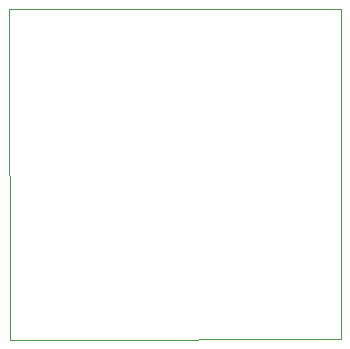
<source format=gbr>
%TF.GenerationSoftware,KiCad,Pcbnew,6.0.2+dfsg-1*%
%TF.CreationDate,2022-09-05T16:28:12+02:00*%
%TF.ProjectId,power-module,706f7765-722d-46d6-9f64-756c652e6b69,rev?*%
%TF.SameCoordinates,Original*%
%TF.FileFunction,Profile,NP*%
%FSLAX46Y46*%
G04 Gerber Fmt 4.6, Leading zero omitted, Abs format (unit mm)*
G04 Created by KiCad (PCBNEW 6.0.2+dfsg-1) date 2022-09-05 16:28:12*
%MOMM*%
%LPD*%
G01*
G04 APERTURE LIST*
%TA.AperFunction,Profile*%
%ADD10C,0.100000*%
%TD*%
G04 APERTURE END LIST*
D10*
X140950000Y-78400000D02*
X141000000Y-106450000D01*
X140950000Y-78400000D02*
X169100000Y-78400000D01*
X141000000Y-106450000D02*
X144800000Y-106450000D01*
X169100000Y-78400000D02*
X169100000Y-106400000D01*
X169100000Y-106400000D02*
X144800000Y-106450000D01*
M02*

</source>
